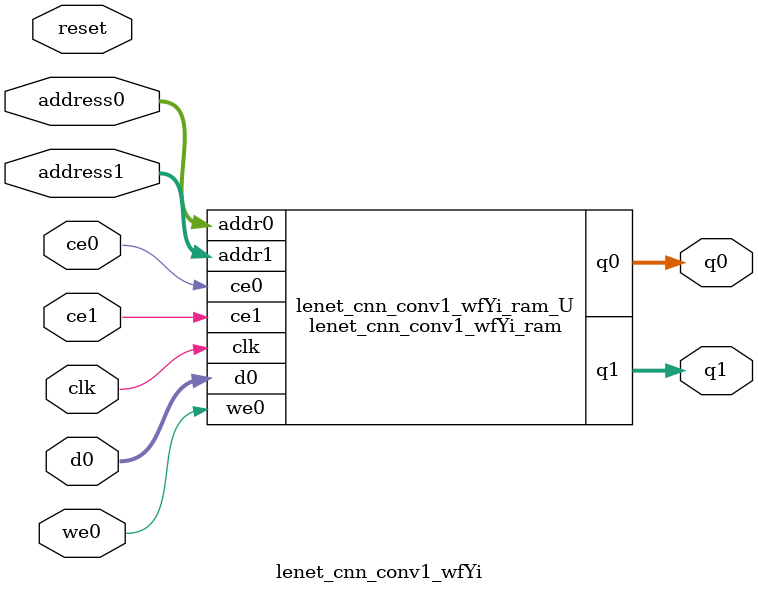
<source format=v>
`timescale 1 ns / 1 ps
module lenet_cnn_conv1_wfYi_ram (addr0, ce0, d0, we0, q0, addr1, ce1, q1,  clk);

parameter DWIDTH = 32;
parameter AWIDTH = 8;
parameter MEM_SIZE = 150;

input[AWIDTH-1:0] addr0;
input ce0;
input[DWIDTH-1:0] d0;
input we0;
output reg[DWIDTH-1:0] q0;
input[AWIDTH-1:0] addr1;
input ce1;
output reg[DWIDTH-1:0] q1;
input clk;

(* ram_style = "block" *)reg [DWIDTH-1:0] ram[0:MEM_SIZE-1];




always @(posedge clk)  
begin 
    if (ce0) 
    begin
        if (we0) 
        begin 
            ram[addr0] <= d0; 
        end 
        q0 <= ram[addr0];
    end
end


always @(posedge clk)  
begin 
    if (ce1) 
    begin
        q1 <= ram[addr1];
    end
end


endmodule

`timescale 1 ns / 1 ps
module lenet_cnn_conv1_wfYi(
    reset,
    clk,
    address0,
    ce0,
    we0,
    d0,
    q0,
    address1,
    ce1,
    q1);

parameter DataWidth = 32'd32;
parameter AddressRange = 32'd150;
parameter AddressWidth = 32'd8;
input reset;
input clk;
input[AddressWidth - 1:0] address0;
input ce0;
input we0;
input[DataWidth - 1:0] d0;
output[DataWidth - 1:0] q0;
input[AddressWidth - 1:0] address1;
input ce1;
output[DataWidth - 1:0] q1;



lenet_cnn_conv1_wfYi_ram lenet_cnn_conv1_wfYi_ram_U(
    .clk( clk ),
    .addr0( address0 ),
    .ce0( ce0 ),
    .we0( we0 ),
    .d0( d0 ),
    .q0( q0 ),
    .addr1( address1 ),
    .ce1( ce1 ),
    .q1( q1 ));

endmodule


</source>
